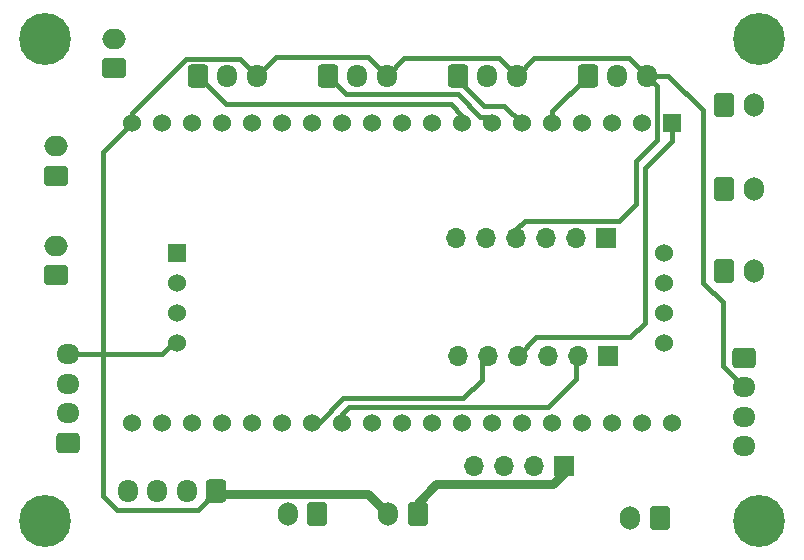
<source format=gtl>
%TF.GenerationSoftware,KiCad,Pcbnew,8.0.4*%
%TF.CreationDate,2024-08-29T12:49:45+07:00*%
%TF.ProjectId,ESP32,45535033-322e-46b6-9963-61645f706362,rev?*%
%TF.SameCoordinates,Original*%
%TF.FileFunction,Copper,L1,Top*%
%TF.FilePolarity,Positive*%
%FSLAX46Y46*%
G04 Gerber Fmt 4.6, Leading zero omitted, Abs format (unit mm)*
G04 Created by KiCad (PCBNEW 8.0.4) date 2024-08-29 12:49:45*
%MOMM*%
%LPD*%
G01*
G04 APERTURE LIST*
G04 Aperture macros list*
%AMRoundRect*
0 Rectangle with rounded corners*
0 $1 Rounding radius*
0 $2 $3 $4 $5 $6 $7 $8 $9 X,Y pos of 4 corners*
0 Add a 4 corners polygon primitive as box body*
4,1,4,$2,$3,$4,$5,$6,$7,$8,$9,$2,$3,0*
0 Add four circle primitives for the rounded corners*
1,1,$1+$1,$2,$3*
1,1,$1+$1,$4,$5*
1,1,$1+$1,$6,$7*
1,1,$1+$1,$8,$9*
0 Add four rect primitives between the rounded corners*
20,1,$1+$1,$2,$3,$4,$5,0*
20,1,$1+$1,$4,$5,$6,$7,0*
20,1,$1+$1,$6,$7,$8,$9,0*
20,1,$1+$1,$8,$9,$2,$3,0*%
G04 Aperture macros list end*
%TA.AperFunction,ComponentPad*%
%ADD10R,1.700000X1.700000*%
%TD*%
%TA.AperFunction,ComponentPad*%
%ADD11O,1.700000X1.700000*%
%TD*%
%TA.AperFunction,ComponentPad*%
%ADD12RoundRect,0.250000X0.600000X0.750000X-0.600000X0.750000X-0.600000X-0.750000X0.600000X-0.750000X0*%
%TD*%
%TA.AperFunction,ComponentPad*%
%ADD13O,1.700000X2.000000*%
%TD*%
%TA.AperFunction,ComponentPad*%
%ADD14RoundRect,0.250000X-0.600000X-0.725000X0.600000X-0.725000X0.600000X0.725000X-0.600000X0.725000X0*%
%TD*%
%TA.AperFunction,ComponentPad*%
%ADD15O,1.700000X1.950000*%
%TD*%
%TA.AperFunction,ComponentPad*%
%ADD16RoundRect,0.250000X0.750000X-0.600000X0.750000X0.600000X-0.750000X0.600000X-0.750000X-0.600000X0*%
%TD*%
%TA.AperFunction,ComponentPad*%
%ADD17O,2.000000X1.700000*%
%TD*%
%TA.AperFunction,ComponentPad*%
%ADD18C,4.400000*%
%TD*%
%TA.AperFunction,ComponentPad*%
%ADD19RoundRect,0.250000X-0.600000X-0.750000X0.600000X-0.750000X0.600000X0.750000X-0.600000X0.750000X0*%
%TD*%
%TA.AperFunction,ComponentPad*%
%ADD20RoundRect,0.250000X-0.725000X0.600000X-0.725000X-0.600000X0.725000X-0.600000X0.725000X0.600000X0*%
%TD*%
%TA.AperFunction,ComponentPad*%
%ADD21O,1.950000X1.700000*%
%TD*%
%TA.AperFunction,ComponentPad*%
%ADD22R,1.530000X1.530000*%
%TD*%
%TA.AperFunction,ComponentPad*%
%ADD23C,1.530000*%
%TD*%
%TA.AperFunction,ComponentPad*%
%ADD24RoundRect,0.250000X0.600000X0.725000X-0.600000X0.725000X-0.600000X-0.725000X0.600000X-0.725000X0*%
%TD*%
%TA.AperFunction,ComponentPad*%
%ADD25RoundRect,0.250000X0.725000X-0.600000X0.725000X0.600000X-0.725000X0.600000X-0.725000X-0.600000X0*%
%TD*%
%TA.AperFunction,Conductor*%
%ADD26C,0.400000*%
%TD*%
%TA.AperFunction,Conductor*%
%ADD27C,0.800000*%
%TD*%
G04 APERTURE END LIST*
D10*
%TO.P,J7,1,Pin_1*%
%TO.N,Net-(J17-Pin_1)*%
X81000000Y-100500000D03*
D11*
%TO.P,J7,2,Pin_2*%
%TO.N,unconnected-(J7-Pin_2-Pad2)*%
X78460000Y-100500000D03*
%TO.P,J7,3,Pin_3*%
%TO.N,unconnected-(J7-Pin_3-Pad3)*%
X75920000Y-100500000D03*
%TO.P,J7,4,Pin_4*%
%TO.N,GND*%
X73380000Y-100500000D03*
%TD*%
D12*
%TO.P,J17,1,Pin_1*%
%TO.N,Net-(J17-Pin_1)*%
X68600000Y-104575000D03*
D13*
%TO.P,J17,2,Pin_2*%
%TO.N,+5V*%
X66100000Y-104575000D03*
%TD*%
D14*
%TO.P,J2,1,Pin_1*%
%TO.N,/ana2*%
X71975000Y-67482500D03*
D15*
%TO.P,J2,2,Pin_2*%
%TO.N,GND*%
X74475000Y-67482500D03*
%TO.P,J2,3,Pin_3*%
%TO.N,+5V*%
X76975000Y-67482500D03*
%TD*%
D14*
%TO.P,J3,1,Pin_1*%
%TO.N,/dig1*%
X60975000Y-67482500D03*
D15*
%TO.P,J3,2,Pin_2*%
%TO.N,GND*%
X63475000Y-67482500D03*
%TO.P,J3,3,Pin_3*%
%TO.N,+5V*%
X65975000Y-67482500D03*
%TD*%
D16*
%TO.P,J13,1,Pin_1*%
%TO.N,Net-(J13-Pin_1)*%
X42900000Y-66857500D03*
D17*
%TO.P,J13,2,Pin_2*%
%TO.N,GND*%
X42900000Y-64357500D03*
%TD*%
D10*
%TO.P,J9,1,Pin_1*%
%TO.N,/HV4*%
X84555000Y-81225000D03*
D11*
%TO.P,J9,2,Pin_2*%
%TO.N,/HV3*%
X82015000Y-81225000D03*
%TO.P,J9,3,Pin_3*%
%TO.N,GND*%
X79475000Y-81225000D03*
%TO.P,J9,4,Pin_4*%
%TO.N,+5V*%
X76935000Y-81225000D03*
%TO.P,J9,5,Pin_5*%
%TO.N,/HV2*%
X74395000Y-81225000D03*
%TO.P,J9,6,Pin_6*%
%TO.N,/HV1*%
X71855000Y-81225000D03*
%TD*%
D18*
%TO.P,J21,1,Pin_1*%
%TO.N,unconnected-(J21-Pin_1-Pad1)*%
X97525000Y-105150000D03*
%TD*%
D19*
%TO.P,J12,1,Pin_1*%
%TO.N,Net-(J12-Pin_1)*%
X94525000Y-84050000D03*
D13*
%TO.P,J12,2,Pin_2*%
%TO.N,GND*%
X97025000Y-84050000D03*
%TD*%
D18*
%TO.P,J23,1,Pin_1*%
%TO.N,unconnected-(J23-Pin_1-Pad1)*%
X37050000Y-105150000D03*
%TD*%
D20*
%TO.P,J18,1,Pin_1*%
%TO.N,GND*%
X96200000Y-91350000D03*
D21*
%TO.P,J18,2,Pin_2*%
%TO.N,+5V*%
X96200000Y-93850000D03*
%TO.P,J18,3,Pin_3*%
%TO.N,/IO21*%
X96200000Y-96350000D03*
%TO.P,J18,4,Pin_4*%
%TO.N,/IO22*%
X96200000Y-98850000D03*
%TD*%
D12*
%TO.P,J20,1,Pin_1*%
%TO.N,/IO5*%
X60100000Y-104575000D03*
D13*
%TO.P,J20,2,Pin_2*%
%TO.N,GND*%
X57600000Y-104575000D03*
%TD*%
D19*
%TO.P,J11,1,Pin_1*%
%TO.N,Net-(J11-Pin_1)*%
X94525000Y-77050000D03*
D13*
%TO.P,J11,2,Pin_2*%
%TO.N,GND*%
X97025000Y-77050000D03*
%TD*%
D14*
%TO.P,J4,1,Pin_1*%
%TO.N,/dig2*%
X49975000Y-67507500D03*
D15*
%TO.P,J4,2,Pin_2*%
%TO.N,GND*%
X52475000Y-67507500D03*
%TO.P,J4,3,Pin_3*%
%TO.N,+5V*%
X54975000Y-67507500D03*
%TD*%
D10*
%TO.P,J10,1,Pin_1*%
%TO.N,/LV4*%
X84675000Y-91175000D03*
D11*
%TO.P,J10,2,Pin_2*%
%TO.N,/LV3*%
X82135000Y-91175000D03*
%TO.P,J10,3,Pin_3*%
%TO.N,GND*%
X79595000Y-91175000D03*
%TO.P,J10,4,Pin_4*%
%TO.N,/LV*%
X77055000Y-91175000D03*
%TO.P,J10,5,Pin_5*%
%TO.N,/LV2*%
X74515000Y-91175000D03*
%TO.P,J10,6,Pin_6*%
%TO.N,/LV1*%
X71975000Y-91175000D03*
%TD*%
D19*
%TO.P,J8,1,Pin_1*%
%TO.N,Net-(J8-Pin_1)*%
X94525000Y-69975000D03*
D13*
%TO.P,J8,2,Pin_2*%
%TO.N,GND*%
X97025000Y-69975000D03*
%TD*%
D16*
%TO.P,J14,1,Pin_1*%
%TO.N,Net-(J14-Pin_1)*%
X38000000Y-75950000D03*
D17*
%TO.P,J14,2,Pin_2*%
%TO.N,GND*%
X38000000Y-73450000D03*
%TD*%
D12*
%TO.P,J16,1,Pin_1*%
%TO.N,Net-(J16-Pin_1)*%
X89075000Y-104900000D03*
D13*
%TO.P,J16,2,Pin_2*%
%TO.N,GND*%
X86575000Y-104900000D03*
%TD*%
D22*
%TO.P,U1,1,3V3*%
%TO.N,/LV*%
X90140000Y-71505000D03*
D23*
%TO.P,U1,2,EN*%
%TO.N,unconnected-(U1-EN-Pad2)*%
X87600000Y-71505000D03*
%TO.P,U1,3,SENSOR_VP*%
%TO.N,unconnected-(U1-SENSOR_VP-Pad3)*%
X85060000Y-71505000D03*
%TO.P,U1,4,SENSOR_VN*%
%TO.N,unconnected-(U1-SENSOR_VN-Pad4)*%
X82520000Y-71505000D03*
%TO.P,U1,5,IO34*%
%TO.N,/ana1*%
X79980000Y-71505000D03*
%TO.P,U1,6,IO35*%
%TO.N,/ana2*%
X77440000Y-71505000D03*
%TO.P,U1,7,IO32*%
%TO.N,/dig1*%
X74900000Y-71505000D03*
%TO.P,U1,8,IO33*%
%TO.N,/dig2*%
X72360000Y-71505000D03*
%TO.P,U1,9,IO25*%
%TO.N,/IO25*%
X69820000Y-71505000D03*
%TO.P,U1,10,IO26*%
%TO.N,/IO26*%
X67280000Y-71505000D03*
%TO.P,U1,11,IO27*%
%TO.N,/IO27*%
X64740000Y-71505000D03*
%TO.P,U1,12,IO14*%
%TO.N,/IO14*%
X62200000Y-71505000D03*
%TO.P,U1,13,IO12*%
%TO.N,/IO12*%
X59660000Y-71505000D03*
%TO.P,U1,14,GND1*%
%TO.N,unconnected-(U1-GND1-Pad14)*%
X57120000Y-71505000D03*
%TO.P,U1,15,IO13*%
%TO.N,/IO13*%
X54580000Y-71505000D03*
%TO.P,U1,16,SD2*%
%TO.N,unconnected-(U1-SD2-Pad16)*%
X52040000Y-71505000D03*
%TO.P,U1,17,SD3*%
%TO.N,unconnected-(U1-SD3-Pad17)*%
X49500000Y-71505000D03*
%TO.P,U1,18,CMD*%
%TO.N,unconnected-(U1-CMD-Pad18)*%
X46960000Y-71505000D03*
%TO.P,U1,19,EXT_5V*%
%TO.N,+5V*%
X44420000Y-71505000D03*
%TO.P,U1,20,CLK*%
%TO.N,unconnected-(U1-CLK-Pad20)*%
X44420000Y-96905000D03*
%TO.P,U1,21,SD0*%
%TO.N,unconnected-(U1-SD0-Pad21)*%
X46960000Y-96905000D03*
%TO.P,U1,22,SD1*%
%TO.N,unconnected-(U1-SD1-Pad22)*%
X49500000Y-96905000D03*
%TO.P,U1,23,IO15*%
%TO.N,/IO15*%
X52040000Y-96905000D03*
%TO.P,U1,24,IO2*%
%TO.N,/IO2*%
X54580000Y-96905000D03*
%TO.P,U1,25,IO0*%
%TO.N,unconnected-(U1-IO0-Pad25)*%
X57120000Y-96905000D03*
%TO.P,U1,26,IO4*%
%TO.N,/LV2*%
X59660000Y-96905000D03*
%TO.P,U1,27,IO16*%
%TO.N,/LV3*%
X62200000Y-96905000D03*
%TO.P,U1,28,IO17*%
%TO.N,/LV1*%
X64740000Y-96905000D03*
%TO.P,U1,29,IO5*%
%TO.N,/IO5*%
X67280000Y-96905000D03*
%TO.P,U1,30,IO18*%
%TO.N,unconnected-(U1-IO18-Pad30)*%
X69820000Y-96905000D03*
%TO.P,U1,31,IO19*%
%TO.N,unconnected-(U1-IO19-Pad31)*%
X72360000Y-96905000D03*
%TO.P,U1,32,GND2*%
%TO.N,unconnected-(U1-GND2-Pad32)*%
X74900000Y-96905000D03*
%TO.P,U1,33,IO21*%
%TO.N,/IO21*%
X77440000Y-96905000D03*
%TO.P,U1,34,RXD0*%
%TO.N,unconnected-(U1-RXD0-Pad34)*%
X79980000Y-96905000D03*
%TO.P,U1,35,TXD0*%
%TO.N,unconnected-(U1-TXD0-Pad35)*%
X82520000Y-96905000D03*
%TO.P,U1,36,IO22*%
%TO.N,/IO22*%
X85060000Y-96905000D03*
%TO.P,U1,37,IO23*%
%TO.N,/IO23*%
X87600000Y-96905000D03*
%TO.P,U1,38,GND3*%
%TO.N,GND*%
X90140000Y-96905000D03*
%TD*%
D24*
%TO.P,J5,1,Pin_1*%
%TO.N,+5V*%
X51525000Y-102642500D03*
D15*
%TO.P,J5,2,Pin_2*%
%TO.N,/IO2*%
X49025000Y-102642500D03*
%TO.P,J5,3,Pin_3*%
%TO.N,/IO15*%
X46525000Y-102642500D03*
%TO.P,J5,4,Pin_4*%
%TO.N,GND*%
X44025000Y-102642500D03*
%TD*%
D25*
%TO.P,J6,1,Pin_1*%
%TO.N,GND*%
X39007500Y-98550000D03*
D21*
%TO.P,J6,2,Pin_2*%
%TO.N,/B*%
X39007500Y-96050000D03*
%TO.P,J6,3,Pin_3*%
%TO.N,/A*%
X39007500Y-93550000D03*
%TO.P,J6,4,Pin_4*%
%TO.N,+5V*%
X39007500Y-91050000D03*
%TD*%
D16*
%TO.P,J15,1,Pin_1*%
%TO.N,Net-(J15-Pin_1)*%
X38000000Y-84375000D03*
D17*
%TO.P,J15,2,Pin_2*%
%TO.N,GND*%
X38000000Y-81875000D03*
%TD*%
D22*
%TO.P,ESP32,1,GND*%
%TO.N,GND*%
X48203500Y-82490000D03*
D23*
%TO.P,ESP32,2,A*%
%TO.N,/A*%
X48203500Y-85030000D03*
%TO.P,ESP32,3,B*%
%TO.N,/B*%
X48203500Y-87570000D03*
%TO.P,ESP32,4,VCC*%
%TO.N,+5V*%
X48203500Y-90110000D03*
%TO.P,ESP32,5,RO*%
%TO.N,/HV1*%
X89423500Y-90110000D03*
%TO.P,ESP32,6,RE*%
%TO.N,/HV2*%
X89423500Y-87570000D03*
%TO.P,ESP32,7,DE*%
X89423500Y-85030000D03*
%TO.P,ESP32,8,DI*%
%TO.N,/HV3*%
X89423500Y-82490000D03*
%TD*%
D14*
%TO.P,J1,1,Pin_1*%
%TO.N,/ana1*%
X82975000Y-67482500D03*
D15*
%TO.P,J1,2,Pin_2*%
%TO.N,GND*%
X85475000Y-67482500D03*
%TO.P,J1,3,Pin_3*%
%TO.N,+5V*%
X87975000Y-67482500D03*
%TD*%
D18*
%TO.P,J19,1,Pin_1*%
%TO.N,unconnected-(J19-Pin_1-Pad1)*%
X97475000Y-64375000D03*
%TD*%
%TO.P,J22,1,Pin_1*%
%TO.N,unconnected-(J22-Pin_1-Pad1)*%
X37050000Y-64350000D03*
%TD*%
D26*
%TO.N,/IO15*%
X52040000Y-96905000D02*
X52055000Y-96905000D01*
%TO.N,+5V*%
X78457500Y-66000000D02*
X86492500Y-66000000D01*
X43142500Y-104217500D02*
X41950000Y-103025000D01*
D27*
X64400000Y-102875000D02*
X66100000Y-104575000D01*
D26*
X41950000Y-103025000D02*
X41950000Y-73975000D01*
X46925000Y-91075000D02*
X47890000Y-90110000D01*
X96200000Y-93850000D02*
X94400000Y-92050000D01*
X53517500Y-66050000D02*
X54975000Y-67507500D01*
D27*
X39007500Y-91050000D02*
X39032500Y-91075000D01*
D26*
X54975000Y-67507500D02*
X56557500Y-65925000D01*
X76935000Y-81225000D02*
X76750000Y-81225000D01*
X48339390Y-104217500D02*
X47210610Y-104217500D01*
X94400000Y-92050000D02*
X94400000Y-86675000D01*
X41950000Y-73975000D02*
X44420000Y-71505000D01*
X64417500Y-65925000D02*
X65975000Y-67482500D01*
X47890000Y-90110000D02*
X48203500Y-90110000D01*
X86492500Y-66000000D02*
X87975000Y-67482500D01*
X51525000Y-102642500D02*
X49950000Y-104217500D01*
X75492500Y-66000000D02*
X76975000Y-67482500D01*
X67457500Y-66000000D02*
X75492500Y-66000000D01*
D27*
X51525000Y-102642500D02*
X51757500Y-102875000D01*
D26*
X76935000Y-80465000D02*
X77650000Y-79750000D01*
D27*
X51757500Y-102875000D02*
X64400000Y-102875000D01*
D26*
X89807500Y-67482500D02*
X87975000Y-67482500D01*
X94400000Y-86675000D02*
X92725000Y-85000000D01*
D27*
X39082500Y-90975000D02*
X39007500Y-91050000D01*
D26*
X49950000Y-104217500D02*
X46925000Y-104217500D01*
X76935000Y-81225000D02*
X76935000Y-80465000D01*
X88875000Y-68382500D02*
X87975000Y-67482500D01*
X85625000Y-79750000D02*
X87075000Y-78300000D01*
X87075000Y-78300000D02*
X87075000Y-74726472D01*
X56557500Y-65925000D02*
X64417500Y-65925000D01*
X44420000Y-70630000D02*
X49000000Y-66050000D01*
X87075000Y-74726472D02*
X88875000Y-72926472D01*
X39032500Y-91075000D02*
X46925000Y-91075000D01*
X47125610Y-104217500D02*
X43142500Y-104217500D01*
X65975000Y-67482500D02*
X67457500Y-66000000D01*
X77650000Y-79750000D02*
X85625000Y-79750000D01*
X88875000Y-72926472D02*
X88875000Y-68382500D01*
X76975000Y-67482500D02*
X78457500Y-66000000D01*
X92725000Y-85000000D02*
X92725000Y-70400000D01*
X49000000Y-66050000D02*
X53517500Y-66050000D01*
X44420000Y-71605000D02*
X44420000Y-70630000D01*
X92725000Y-70400000D02*
X89807500Y-67482500D01*
%TO.N,/LV2*%
X59660000Y-96905000D02*
X60195000Y-96905000D01*
X62300000Y-94800000D02*
X72450000Y-94800000D01*
X60195000Y-96905000D02*
X62300000Y-94800000D01*
X72450000Y-94800000D02*
X74000000Y-93250000D01*
X74000000Y-91690000D02*
X74515000Y-91175000D01*
X74000000Y-93250000D02*
X74000000Y-91690000D01*
%TO.N,/ana1*%
X79980000Y-71505000D02*
X79980000Y-70477500D01*
X79980000Y-70477500D02*
X82975000Y-67482500D01*
%TO.N,/LV*%
X90140000Y-73010000D02*
X87850000Y-75300000D01*
X77055000Y-90670000D02*
X77055000Y-91175000D01*
X78605000Y-89625000D02*
X77055000Y-91175000D01*
X87850000Y-88375000D02*
X86600000Y-89625000D01*
X87850000Y-75300000D02*
X87850000Y-88375000D01*
X90140000Y-72085000D02*
X90140000Y-73010000D01*
X77500000Y-91175000D02*
X77055000Y-91175000D01*
X86600000Y-89625000D02*
X78605000Y-89625000D01*
%TO.N,/dig2*%
X52367500Y-69900000D02*
X50042500Y-67575000D01*
X72360000Y-71505000D02*
X72360000Y-70860000D01*
X72360000Y-70860000D02*
X71400000Y-69900000D01*
X71400000Y-69900000D02*
X52367500Y-69900000D01*
%TO.N,/dig1*%
X73865000Y-70940000D02*
X71975000Y-69050000D01*
X62542500Y-69050000D02*
X60975000Y-67482500D01*
X74335000Y-70940000D02*
X73865000Y-70940000D01*
X71975000Y-69050000D02*
X62542500Y-69050000D01*
X74900000Y-71505000D02*
X74335000Y-70940000D01*
%TO.N,/LV3*%
X82000000Y-93150000D02*
X82000000Y-91310000D01*
X62800000Y-95550000D02*
X79600000Y-95550000D01*
X62200000Y-96150000D02*
X62800000Y-95550000D01*
X82000000Y-91310000D02*
X82135000Y-91175000D01*
X62200000Y-96905000D02*
X62200000Y-96150000D01*
X79600000Y-95550000D02*
X82000000Y-93150000D01*
%TO.N,/ana2*%
X77440000Y-71505000D02*
X75935000Y-70000000D01*
X75935000Y-70000000D02*
X74225000Y-70000000D01*
X74225000Y-70000000D02*
X71775000Y-67550000D01*
%TO.N,/B*%
X48178500Y-87570000D02*
X48178500Y-88028500D01*
D27*
%TO.N,Net-(J17-Pin_1)*%
X80075000Y-102075000D02*
X81000000Y-101150000D01*
X70150000Y-102075000D02*
X80075000Y-102075000D01*
X68600000Y-104575000D02*
X68600000Y-103625000D01*
X68600000Y-103625000D02*
X70150000Y-102075000D01*
X81000000Y-101150000D02*
X81000000Y-100500000D01*
%TD*%
M02*

</source>
